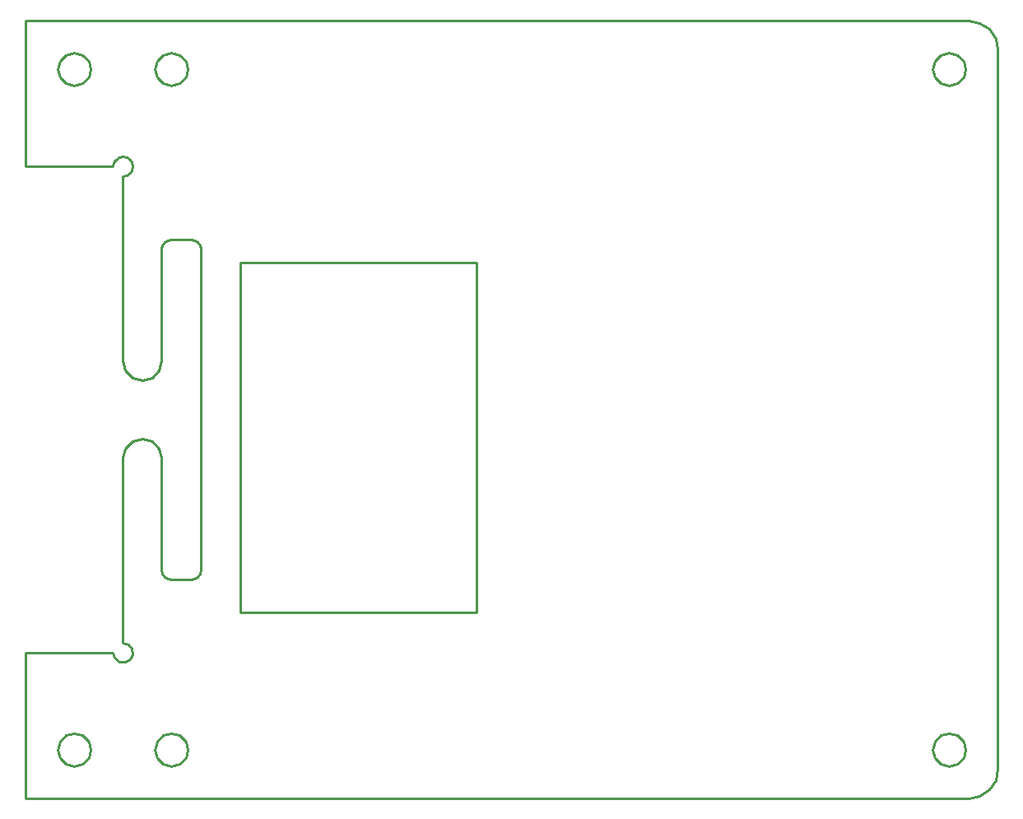
<source format=gbr>
G04 EAGLE Gerber RS-274X export*
G75*
%MOMM*%
%FSLAX34Y34*%
%LPD*%
%IN*%
%IPPOS*%
%AMOC8*
5,1,8,0,0,1.08239X$1,22.5*%
G01*
%ADD10C,0.254000*%


D10*
X172798Y182083D02*
X1142798Y182083D01*
X1154279Y184367D01*
X1164011Y190870D01*
X1170514Y200603D01*
X1172798Y212083D01*
X1172800Y952083D01*
X1170516Y963564D01*
X1164013Y973296D01*
X1154281Y979799D01*
X1142800Y982083D01*
X172798Y982083D01*
X172798Y832083D01*
X262798Y832083D01*
X263584Y835975D01*
X265727Y839154D01*
X268906Y841297D01*
X272798Y842083D01*
X276691Y841297D01*
X279869Y839154D01*
X282012Y835975D01*
X282798Y832083D01*
X282012Y828190D01*
X279869Y825012D01*
X276690Y822869D01*
X272798Y822083D01*
X272798Y632083D01*
X275478Y622083D01*
X282798Y614763D01*
X292798Y612083D01*
X302798Y614763D01*
X310119Y622083D01*
X312798Y632083D01*
X312798Y747083D01*
X313584Y750975D01*
X315727Y754154D01*
X318906Y756297D01*
X322798Y757083D01*
X342798Y757083D01*
X346690Y756297D01*
X349869Y754154D01*
X352012Y750975D01*
X352798Y747083D01*
X352798Y417083D01*
X352012Y413191D01*
X349869Y410012D01*
X346690Y407869D01*
X342798Y407083D01*
X322798Y407083D01*
X318906Y407869D01*
X315727Y410012D01*
X313584Y413191D01*
X312798Y417083D01*
X312798Y532083D01*
X310119Y542083D01*
X302798Y549404D01*
X292798Y552083D01*
X282798Y549404D01*
X275478Y542083D01*
X272798Y532083D01*
X272798Y342083D01*
X278354Y340398D01*
X282037Y335910D01*
X282606Y330132D01*
X279869Y325012D01*
X274749Y322275D01*
X268971Y322844D01*
X264483Y326527D01*
X262798Y332083D01*
X172798Y332083D01*
X172798Y182083D01*
X393700Y372980D02*
X636700Y372980D01*
X636700Y732980D01*
X393700Y732980D01*
X393700Y372980D01*
X205798Y232083D02*
X208076Y223583D01*
X214298Y217361D01*
X222798Y215083D01*
X231298Y217361D01*
X237520Y223583D01*
X239798Y232083D01*
X237520Y240583D01*
X231298Y246805D01*
X222798Y249083D01*
X214298Y246805D01*
X208076Y240583D01*
X205798Y232083D01*
X305798Y232083D02*
X308076Y223583D01*
X314298Y217361D01*
X322798Y215083D01*
X331298Y217361D01*
X337520Y223583D01*
X339798Y232083D01*
X337520Y240583D01*
X331298Y246805D01*
X322798Y249083D01*
X314298Y246805D01*
X308076Y240583D01*
X305798Y232083D01*
X305798Y932083D02*
X308076Y923583D01*
X314298Y917361D01*
X322798Y915083D01*
X331298Y917361D01*
X337520Y923583D01*
X339798Y932083D01*
X337520Y940583D01*
X331298Y946805D01*
X322798Y949083D01*
X314298Y946805D01*
X308076Y940583D01*
X305798Y932083D01*
X1105800Y232083D02*
X1108078Y223583D01*
X1114300Y217361D01*
X1122800Y215083D01*
X1131300Y217361D01*
X1137522Y223583D01*
X1139800Y232083D01*
X1137522Y240583D01*
X1131300Y246805D01*
X1122800Y249083D01*
X1114300Y246805D01*
X1108078Y240583D01*
X1105800Y232083D01*
X205798Y932083D02*
X208076Y923583D01*
X214298Y917361D01*
X222798Y915083D01*
X231298Y917361D01*
X237520Y923583D01*
X239798Y932083D01*
X237520Y940583D01*
X231298Y946805D01*
X222798Y949083D01*
X214298Y946805D01*
X208076Y940583D01*
X205798Y932083D01*
X1105800Y932083D02*
X1108078Y923583D01*
X1114300Y917361D01*
X1122800Y915083D01*
X1131300Y917361D01*
X1137522Y923583D01*
X1139800Y932083D01*
X1137522Y940583D01*
X1131300Y946805D01*
X1122800Y949083D01*
X1114300Y946805D01*
X1108078Y940583D01*
X1105800Y932083D01*
M02*

</source>
